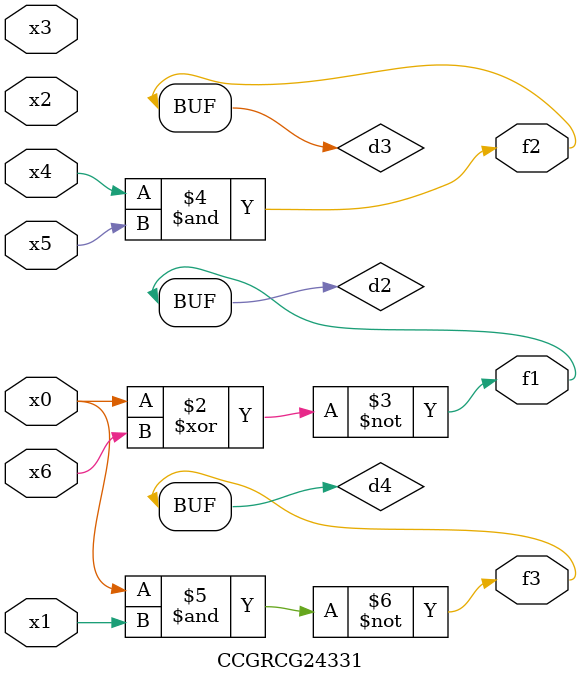
<source format=v>
module CCGRCG24331(
	input x0, x1, x2, x3, x4, x5, x6,
	output f1, f2, f3
);

	wire d1, d2, d3, d4;

	nor (d1, x0);
	xnor (d2, x0, x6);
	and (d3, x4, x5);
	nand (d4, x0, x1);
	assign f1 = d2;
	assign f2 = d3;
	assign f3 = d4;
endmodule

</source>
